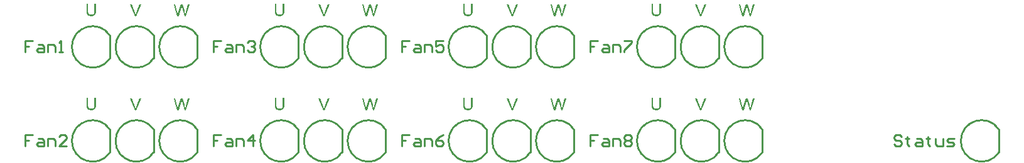
<source format=gto>
G04*
G04 #@! TF.GenerationSoftware,Altium Limited,Altium Designer,24.0.1 (36)*
G04*
G04 Layer_Color=65535*
%FSLAX44Y44*%
%MOMM*%
G71*
G04*
G04 #@! TF.SameCoordinates,6AB65015-FC58-47BD-B1F7-23B370D85B0D*
G04*
G04*
G04 #@! TF.FilePolarity,Positive*
G04*
G01*
G75*
%ADD10C,0.2540*%
G36*
X1241089Y606630D02*
X1238991D01*
X1235589Y619022D01*
Y619040D01*
X1235572Y619093D01*
X1235554Y619163D01*
X1235519Y619269D01*
X1235483Y619392D01*
X1235448Y619533D01*
X1235360Y619851D01*
X1235272Y620168D01*
X1235184Y620485D01*
X1235148Y620626D01*
X1235113Y620750D01*
X1235078Y620855D01*
X1235060Y620926D01*
Y620908D01*
X1235043Y620873D01*
Y620820D01*
X1235007Y620732D01*
X1234990Y620644D01*
X1234972Y620521D01*
X1234902Y620274D01*
X1234831Y619974D01*
X1234743Y619639D01*
X1234655Y619322D01*
X1234567Y619022D01*
X1231147Y606630D01*
X1228908D01*
X1224625Y622900D01*
X1226846D01*
X1229296Y612218D01*
Y612200D01*
X1229314Y612147D01*
X1229331Y612059D01*
X1229367Y611936D01*
X1229402Y611777D01*
X1229437Y611601D01*
X1229490Y611407D01*
X1229543Y611178D01*
X1229596Y610931D01*
X1229649Y610667D01*
X1229754Y610120D01*
X1229878Y609521D01*
X1229984Y608904D01*
Y608939D01*
X1230019Y609010D01*
X1230036Y609151D01*
X1230089Y609309D01*
X1230125Y609521D01*
X1230178Y609750D01*
X1230248Y609997D01*
X1230301Y610244D01*
X1230442Y610773D01*
X1230495Y611019D01*
X1230565Y611266D01*
X1230618Y611478D01*
X1230654Y611654D01*
X1230689Y611795D01*
X1230724Y611901D01*
X1233826Y622900D01*
X1236418D01*
X1238727Y614651D01*
X1238745Y614615D01*
X1238762Y614510D01*
X1238815Y614351D01*
X1238868Y614122D01*
X1238938Y613857D01*
X1239027Y613540D01*
X1239115Y613187D01*
X1239221Y612782D01*
X1239326Y612359D01*
X1239432Y611901D01*
X1239538Y611425D01*
X1239643Y610931D01*
X1239837Y609926D01*
X1240014Y608904D01*
Y608922D01*
X1240031Y608974D01*
X1240049Y609063D01*
X1240067Y609168D01*
X1240102Y609327D01*
X1240137Y609503D01*
X1240190Y609697D01*
X1240243Y609926D01*
X1240296Y610173D01*
X1240349Y610438D01*
X1240419Y610737D01*
X1240490Y611037D01*
X1240648Y611707D01*
X1240825Y612430D01*
X1243381Y622900D01*
X1245549D01*
X1241089Y606630D01*
D02*
G37*
G36*
X1174239D02*
X1172018D01*
X1165707Y622900D01*
X1168052D01*
X1172282Y611072D01*
Y611054D01*
X1172300Y611002D01*
X1172335Y610931D01*
X1172371Y610825D01*
X1172406Y610702D01*
X1172459Y610561D01*
X1172512Y610402D01*
X1172582Y610208D01*
X1172706Y609803D01*
X1172847Y609362D01*
X1172988Y608886D01*
X1173129Y608410D01*
Y608428D01*
X1173146Y608463D01*
X1173164Y608551D01*
X1173199Y608639D01*
X1173234Y608763D01*
X1173270Y608904D01*
X1173323Y609063D01*
X1173375Y609239D01*
X1173499Y609644D01*
X1173658Y610103D01*
X1173834Y610579D01*
X1174010Y611072D01*
X1178399Y622900D01*
X1180585D01*
X1174239Y606630D01*
D02*
G37*
G36*
X1119588Y613769D02*
Y613734D01*
Y613663D01*
Y613540D01*
Y613364D01*
X1119570Y613152D01*
X1119552Y612923D01*
X1119535Y612659D01*
X1119517Y612359D01*
X1119447Y611742D01*
X1119359Y611090D01*
X1119218Y610455D01*
X1119129Y610155D01*
X1119024Y609874D01*
Y609856D01*
X1119006Y609803D01*
X1118971Y609733D01*
X1118918Y609627D01*
X1118847Y609503D01*
X1118777Y609362D01*
X1118565Y609045D01*
X1118442Y608851D01*
X1118301Y608675D01*
X1118125Y608463D01*
X1117948Y608269D01*
X1117737Y608075D01*
X1117525Y607882D01*
X1117278Y607705D01*
X1117014Y607529D01*
X1116996Y607511D01*
X1116944Y607494D01*
X1116873Y607441D01*
X1116750Y607388D01*
X1116609Y607318D01*
X1116432Y607247D01*
X1116238Y607159D01*
X1115992Y607088D01*
X1115745Y607000D01*
X1115463Y606912D01*
X1115145Y606842D01*
X1114811Y606771D01*
X1114440Y606718D01*
X1114053Y606665D01*
X1113647Y606648D01*
X1113224Y606630D01*
X1112995D01*
X1112836Y606648D01*
X1112642D01*
X1112431Y606665D01*
X1112166Y606701D01*
X1111902Y606736D01*
X1111303Y606824D01*
X1110668Y606965D01*
X1110051Y607159D01*
X1109752Y607265D01*
X1109469Y607406D01*
X1109452Y607423D01*
X1109399Y607441D01*
X1109328Y607494D01*
X1109240Y607547D01*
X1109117Y607635D01*
X1108976Y607741D01*
X1108835Y607846D01*
X1108676Y607987D01*
X1108324Y608305D01*
X1107989Y608692D01*
X1107671Y609151D01*
X1107530Y609415D01*
X1107407Y609680D01*
Y609697D01*
X1107389Y609750D01*
X1107354Y609838D01*
X1107319Y609962D01*
X1107266Y610103D01*
X1107213Y610297D01*
X1107160Y610508D01*
X1107107Y610755D01*
X1107037Y611037D01*
X1106984Y611337D01*
X1106931Y611671D01*
X1106896Y612042D01*
X1106843Y612430D01*
X1106825Y612853D01*
X1106790Y613293D01*
Y613769D01*
Y623165D01*
X1108941D01*
Y613769D01*
Y613752D01*
Y613681D01*
Y613575D01*
Y613417D01*
X1108958Y613240D01*
Y613046D01*
X1108976Y612817D01*
X1108994Y612588D01*
X1109029Y612077D01*
X1109099Y611566D01*
X1109205Y611072D01*
X1109258Y610843D01*
X1109328Y610649D01*
Y610631D01*
X1109346Y610614D01*
X1109364Y610561D01*
X1109399Y610490D01*
X1109505Y610297D01*
X1109646Y610085D01*
X1109822Y609821D01*
X1110051Y609574D01*
X1110333Y609327D01*
X1110668Y609098D01*
X1110686D01*
X1110721Y609080D01*
X1110774Y609045D01*
X1110844Y609010D01*
X1110932Y608974D01*
X1111056Y608939D01*
X1111179Y608886D01*
X1111320Y608834D01*
X1111673Y608745D01*
X1112078Y608657D01*
X1112537Y608587D01*
X1113030Y608569D01*
X1113259D01*
X1113418Y608587D01*
X1113612Y608604D01*
X1113841Y608622D01*
X1114088Y608657D01*
X1114352Y608710D01*
X1114899Y608834D01*
X1115181Y608922D01*
X1115463Y609027D01*
X1115727Y609151D01*
X1115974Y609292D01*
X1116203Y609450D01*
X1116415Y609644D01*
X1116432Y609662D01*
X1116468Y609697D01*
X1116503Y609768D01*
X1116573Y609856D01*
X1116644Y609979D01*
X1116732Y610138D01*
X1116838Y610332D01*
X1116926Y610561D01*
X1117014Y610825D01*
X1117120Y611125D01*
X1117208Y611460D01*
X1117278Y611830D01*
X1117349Y612253D01*
X1117402Y612711D01*
X1117420Y613223D01*
X1117437Y613769D01*
Y623165D01*
X1119588D01*
Y613769D01*
D02*
G37*
G36*
X987089Y606630D02*
X984991D01*
X981589Y619022D01*
Y619040D01*
X981572Y619093D01*
X981554Y619163D01*
X981519Y619269D01*
X981483Y619392D01*
X981448Y619533D01*
X981360Y619851D01*
X981272Y620168D01*
X981184Y620485D01*
X981149Y620626D01*
X981113Y620750D01*
X981078Y620855D01*
X981060Y620926D01*
Y620908D01*
X981043Y620873D01*
Y620820D01*
X981008Y620732D01*
X980990Y620644D01*
X980972Y620521D01*
X980902Y620274D01*
X980831Y619974D01*
X980743Y619639D01*
X980655Y619322D01*
X980567Y619022D01*
X977147Y606630D01*
X974908D01*
X970625Y622900D01*
X972846D01*
X975296Y612218D01*
Y612200D01*
X975314Y612147D01*
X975331Y612059D01*
X975367Y611936D01*
X975402Y611777D01*
X975437Y611601D01*
X975490Y611407D01*
X975543Y611178D01*
X975596Y610931D01*
X975649Y610667D01*
X975754Y610120D01*
X975878Y609521D01*
X975984Y608904D01*
Y608939D01*
X976019Y609010D01*
X976037Y609151D01*
X976089Y609309D01*
X976125Y609521D01*
X976178Y609750D01*
X976248Y609997D01*
X976301Y610244D01*
X976442Y610773D01*
X976495Y611019D01*
X976565Y611266D01*
X976618Y611478D01*
X976654Y611654D01*
X976689Y611795D01*
X976724Y611901D01*
X979826Y622900D01*
X982418D01*
X984727Y614651D01*
X984744Y614615D01*
X984762Y614510D01*
X984815Y614351D01*
X984868Y614122D01*
X984938Y613857D01*
X985027Y613540D01*
X985115Y613187D01*
X985220Y612782D01*
X985326Y612359D01*
X985432Y611901D01*
X985538Y611425D01*
X985643Y610931D01*
X985837Y609926D01*
X986014Y608904D01*
Y608922D01*
X986031Y608974D01*
X986049Y609063D01*
X986067Y609168D01*
X986102Y609327D01*
X986137Y609503D01*
X986190Y609697D01*
X986243Y609926D01*
X986296Y610173D01*
X986349Y610438D01*
X986419Y610737D01*
X986490Y611037D01*
X986648Y611707D01*
X986825Y612430D01*
X989381Y622900D01*
X991549D01*
X987089Y606630D01*
D02*
G37*
G36*
X920239D02*
X918018D01*
X911707Y622900D01*
X914052D01*
X918282Y611072D01*
Y611054D01*
X918300Y611002D01*
X918335Y610931D01*
X918371Y610825D01*
X918406Y610702D01*
X918459Y610561D01*
X918512Y610402D01*
X918582Y610208D01*
X918706Y609803D01*
X918847Y609362D01*
X918988Y608886D01*
X919129Y608410D01*
Y608428D01*
X919146Y608463D01*
X919164Y608551D01*
X919199Y608639D01*
X919234Y608763D01*
X919270Y608904D01*
X919323Y609063D01*
X919375Y609239D01*
X919499Y609644D01*
X919658Y610103D01*
X919834Y610579D01*
X920010Y611072D01*
X924399Y622900D01*
X926585D01*
X920239Y606630D01*
D02*
G37*
G36*
X865588Y613769D02*
Y613734D01*
Y613663D01*
Y613540D01*
Y613364D01*
X865570Y613152D01*
X865552Y612923D01*
X865535Y612659D01*
X865517Y612359D01*
X865447Y611742D01*
X865359Y611090D01*
X865218Y610455D01*
X865129Y610155D01*
X865024Y609874D01*
Y609856D01*
X865006Y609803D01*
X864971Y609733D01*
X864918Y609627D01*
X864847Y609503D01*
X864777Y609362D01*
X864565Y609045D01*
X864442Y608851D01*
X864301Y608675D01*
X864125Y608463D01*
X863948Y608269D01*
X863737Y608075D01*
X863525Y607882D01*
X863278Y607705D01*
X863014Y607529D01*
X862996Y607511D01*
X862943Y607494D01*
X862873Y607441D01*
X862750Y607388D01*
X862609Y607318D01*
X862432Y607247D01*
X862238Y607159D01*
X861992Y607088D01*
X861745Y607000D01*
X861463Y606912D01*
X861145Y606842D01*
X860811Y606771D01*
X860440Y606718D01*
X860053Y606665D01*
X859647Y606648D01*
X859224Y606630D01*
X858995D01*
X858836Y606648D01*
X858642D01*
X858431Y606665D01*
X858166Y606701D01*
X857902Y606736D01*
X857303Y606824D01*
X856668Y606965D01*
X856051Y607159D01*
X855751Y607265D01*
X855469Y607406D01*
X855452Y607423D01*
X855399Y607441D01*
X855328Y607494D01*
X855240Y607547D01*
X855117Y607635D01*
X854976Y607741D01*
X854835Y607846D01*
X854676Y607987D01*
X854324Y608305D01*
X853989Y608692D01*
X853671Y609151D01*
X853530Y609415D01*
X853407Y609680D01*
Y609697D01*
X853389Y609750D01*
X853354Y609838D01*
X853319Y609962D01*
X853266Y610103D01*
X853213Y610297D01*
X853160Y610508D01*
X853107Y610755D01*
X853037Y611037D01*
X852984Y611337D01*
X852931Y611671D01*
X852896Y612042D01*
X852843Y612430D01*
X852825Y612853D01*
X852790Y613293D01*
Y613769D01*
Y623165D01*
X854941D01*
Y613769D01*
Y613752D01*
Y613681D01*
Y613575D01*
Y613417D01*
X854958Y613240D01*
Y613046D01*
X854976Y612817D01*
X854994Y612588D01*
X855029Y612077D01*
X855099Y611566D01*
X855205Y611072D01*
X855258Y610843D01*
X855328Y610649D01*
Y610631D01*
X855346Y610614D01*
X855364Y610561D01*
X855399Y610490D01*
X855505Y610297D01*
X855646Y610085D01*
X855822Y609821D01*
X856051Y609574D01*
X856333Y609327D01*
X856668Y609098D01*
X856686D01*
X856721Y609080D01*
X856774Y609045D01*
X856844Y609010D01*
X856933Y608974D01*
X857056Y608939D01*
X857179Y608886D01*
X857320Y608834D01*
X857673Y608745D01*
X858078Y608657D01*
X858537Y608587D01*
X859030Y608569D01*
X859259D01*
X859418Y608587D01*
X859612Y608604D01*
X859841Y608622D01*
X860088Y608657D01*
X860352Y608710D01*
X860899Y608834D01*
X861181Y608922D01*
X861463Y609027D01*
X861727Y609151D01*
X861974Y609292D01*
X862203Y609450D01*
X862415Y609644D01*
X862432Y609662D01*
X862468Y609697D01*
X862503Y609768D01*
X862573Y609856D01*
X862644Y609979D01*
X862732Y610138D01*
X862838Y610332D01*
X862926Y610561D01*
X863014Y610825D01*
X863120Y611125D01*
X863208Y611460D01*
X863278Y611830D01*
X863349Y612253D01*
X863402Y612711D01*
X863419Y613223D01*
X863437Y613769D01*
Y623165D01*
X865588D01*
Y613769D01*
D02*
G37*
G36*
X733089Y606630D02*
X730991D01*
X727589Y619022D01*
Y619040D01*
X727572Y619093D01*
X727554Y619163D01*
X727519Y619269D01*
X727483Y619392D01*
X727448Y619533D01*
X727360Y619851D01*
X727272Y620168D01*
X727184Y620485D01*
X727149Y620626D01*
X727113Y620750D01*
X727078Y620855D01*
X727060Y620926D01*
Y620908D01*
X727043Y620873D01*
Y620820D01*
X727008Y620732D01*
X726990Y620644D01*
X726972Y620521D01*
X726902Y620274D01*
X726831Y619974D01*
X726743Y619639D01*
X726655Y619322D01*
X726567Y619022D01*
X723147Y606630D01*
X720908D01*
X716625Y622900D01*
X718846D01*
X721296Y612218D01*
Y612200D01*
X721314Y612147D01*
X721331Y612059D01*
X721367Y611936D01*
X721402Y611777D01*
X721437Y611601D01*
X721490Y611407D01*
X721543Y611178D01*
X721596Y610931D01*
X721649Y610667D01*
X721755Y610120D01*
X721878Y609521D01*
X721984Y608904D01*
Y608939D01*
X722019Y609010D01*
X722037Y609151D01*
X722089Y609309D01*
X722125Y609521D01*
X722178Y609750D01*
X722248Y609997D01*
X722301Y610244D01*
X722442Y610773D01*
X722495Y611019D01*
X722565Y611266D01*
X722618Y611478D01*
X722654Y611654D01*
X722689Y611795D01*
X722724Y611901D01*
X725826Y622900D01*
X728418D01*
X730727Y614651D01*
X730744Y614615D01*
X730762Y614510D01*
X730815Y614351D01*
X730868Y614122D01*
X730938Y613857D01*
X731027Y613540D01*
X731115Y613187D01*
X731220Y612782D01*
X731326Y612359D01*
X731432Y611901D01*
X731538Y611425D01*
X731644Y610931D01*
X731837Y609926D01*
X732014Y608904D01*
Y608922D01*
X732031Y608974D01*
X732049Y609063D01*
X732067Y609168D01*
X732102Y609327D01*
X732137Y609503D01*
X732190Y609697D01*
X732243Y609926D01*
X732296Y610173D01*
X732349Y610438D01*
X732419Y610737D01*
X732490Y611037D01*
X732648Y611707D01*
X732825Y612430D01*
X735381Y622900D01*
X737549D01*
X733089Y606630D01*
D02*
G37*
G36*
X666239D02*
X664018D01*
X657707Y622900D01*
X660052D01*
X664283Y611072D01*
Y611054D01*
X664300Y611002D01*
X664335Y610931D01*
X664371Y610825D01*
X664406Y610702D01*
X664459Y610561D01*
X664512Y610402D01*
X664582Y610208D01*
X664706Y609803D01*
X664847Y609362D01*
X664988Y608886D01*
X665129Y608410D01*
Y608428D01*
X665146Y608463D01*
X665164Y608551D01*
X665199Y608639D01*
X665234Y608763D01*
X665270Y608904D01*
X665322Y609063D01*
X665375Y609239D01*
X665499Y609644D01*
X665658Y610103D01*
X665834Y610579D01*
X666010Y611072D01*
X670399Y622900D01*
X672585D01*
X666239Y606630D01*
D02*
G37*
G36*
X611588Y613769D02*
Y613734D01*
Y613663D01*
Y613540D01*
Y613364D01*
X611570Y613152D01*
X611552Y612923D01*
X611535Y612659D01*
X611517Y612359D01*
X611447Y611742D01*
X611358Y611090D01*
X611217Y610455D01*
X611129Y610155D01*
X611024Y609874D01*
Y609856D01*
X611006Y609803D01*
X610971Y609733D01*
X610918Y609627D01*
X610847Y609503D01*
X610777Y609362D01*
X610565Y609045D01*
X610442Y608851D01*
X610301Y608675D01*
X610125Y608463D01*
X609948Y608269D01*
X609737Y608075D01*
X609525Y607882D01*
X609278Y607705D01*
X609014Y607529D01*
X608996Y607511D01*
X608943Y607494D01*
X608873Y607441D01*
X608750Y607388D01*
X608609Y607318D01*
X608432Y607247D01*
X608238Y607159D01*
X607992Y607088D01*
X607745Y607000D01*
X607463Y606912D01*
X607146Y606842D01*
X606811Y606771D01*
X606440Y606718D01*
X606053Y606665D01*
X605647Y606648D01*
X605224Y606630D01*
X604995D01*
X604836Y606648D01*
X604642D01*
X604431Y606665D01*
X604166Y606701D01*
X603902Y606736D01*
X603303Y606824D01*
X602668Y606965D01*
X602051Y607159D01*
X601752Y607265D01*
X601469Y607406D01*
X601452Y607423D01*
X601399Y607441D01*
X601328Y607494D01*
X601240Y607547D01*
X601117Y607635D01*
X600976Y607741D01*
X600835Y607846D01*
X600676Y607987D01*
X600324Y608305D01*
X599989Y608692D01*
X599671Y609151D01*
X599530Y609415D01*
X599407Y609680D01*
Y609697D01*
X599389Y609750D01*
X599354Y609838D01*
X599319Y609962D01*
X599266Y610103D01*
X599213Y610297D01*
X599160Y610508D01*
X599107Y610755D01*
X599037Y611037D01*
X598984Y611337D01*
X598931Y611671D01*
X598896Y612042D01*
X598843Y612430D01*
X598825Y612853D01*
X598790Y613293D01*
Y613769D01*
Y623165D01*
X600941D01*
Y613769D01*
Y613752D01*
Y613681D01*
Y613575D01*
Y613417D01*
X600958Y613240D01*
Y613046D01*
X600976Y612817D01*
X600993Y612588D01*
X601029Y612077D01*
X601099Y611566D01*
X601205Y611072D01*
X601258Y610843D01*
X601328Y610649D01*
Y610631D01*
X601346Y610614D01*
X601364Y610561D01*
X601399Y610490D01*
X601505Y610297D01*
X601646Y610085D01*
X601822Y609821D01*
X602051Y609574D01*
X602333Y609327D01*
X602668Y609098D01*
X602686D01*
X602721Y609080D01*
X602774Y609045D01*
X602844Y609010D01*
X602933Y608974D01*
X603056Y608939D01*
X603179Y608886D01*
X603320Y608834D01*
X603673Y608745D01*
X604078Y608657D01*
X604537Y608587D01*
X605030Y608569D01*
X605259D01*
X605418Y608587D01*
X605612Y608604D01*
X605841Y608622D01*
X606088Y608657D01*
X606352Y608710D01*
X606899Y608834D01*
X607181Y608922D01*
X607463Y609027D01*
X607727Y609151D01*
X607974Y609292D01*
X608203Y609450D01*
X608415Y609644D01*
X608432Y609662D01*
X608468Y609697D01*
X608503Y609768D01*
X608573Y609856D01*
X608644Y609979D01*
X608732Y610138D01*
X608838Y610332D01*
X608926Y610561D01*
X609014Y610825D01*
X609120Y611125D01*
X609208Y611460D01*
X609278Y611830D01*
X609349Y612253D01*
X609402Y612711D01*
X609420Y613223D01*
X609437Y613769D01*
Y623165D01*
X611588D01*
Y613769D01*
D02*
G37*
G36*
X479089Y606630D02*
X476991D01*
X473589Y619022D01*
Y619040D01*
X473572Y619093D01*
X473554Y619163D01*
X473519Y619269D01*
X473483Y619392D01*
X473448Y619533D01*
X473360Y619851D01*
X473272Y620168D01*
X473184Y620485D01*
X473148Y620626D01*
X473113Y620750D01*
X473078Y620855D01*
X473060Y620926D01*
Y620908D01*
X473043Y620873D01*
Y620820D01*
X473008Y620732D01*
X472990Y620644D01*
X472972Y620521D01*
X472902Y620274D01*
X472831Y619974D01*
X472743Y619639D01*
X472655Y619322D01*
X472567Y619022D01*
X469147Y606630D01*
X466908D01*
X462625Y622900D01*
X464846D01*
X467296Y612218D01*
Y612200D01*
X467314Y612147D01*
X467331Y612059D01*
X467367Y611936D01*
X467402Y611777D01*
X467437Y611601D01*
X467490Y611407D01*
X467543Y611178D01*
X467596Y610931D01*
X467649Y610667D01*
X467755Y610120D01*
X467878Y609521D01*
X467984Y608904D01*
Y608939D01*
X468019Y609010D01*
X468036Y609151D01*
X468089Y609309D01*
X468125Y609521D01*
X468177Y609750D01*
X468248Y609997D01*
X468301Y610244D01*
X468442Y610773D01*
X468495Y611019D01*
X468565Y611266D01*
X468618Y611478D01*
X468653Y611654D01*
X468689Y611795D01*
X468724Y611901D01*
X471826Y622900D01*
X474418D01*
X476727Y614651D01*
X476744Y614615D01*
X476762Y614510D01*
X476815Y614351D01*
X476868Y614122D01*
X476938Y613857D01*
X477027Y613540D01*
X477115Y613187D01*
X477220Y612782D01*
X477326Y612359D01*
X477432Y611901D01*
X477538Y611425D01*
X477644Y610931D01*
X477837Y609926D01*
X478014Y608904D01*
Y608922D01*
X478031Y608974D01*
X478049Y609063D01*
X478067Y609168D01*
X478102Y609327D01*
X478137Y609503D01*
X478190Y609697D01*
X478243Y609926D01*
X478296Y610173D01*
X478349Y610438D01*
X478419Y610737D01*
X478490Y611037D01*
X478648Y611707D01*
X478825Y612430D01*
X481381Y622900D01*
X483549D01*
X479089Y606630D01*
D02*
G37*
G36*
X412239D02*
X410018D01*
X403707Y622900D01*
X406052D01*
X410283Y611072D01*
Y611054D01*
X410300Y611002D01*
X410335Y610931D01*
X410371Y610825D01*
X410406Y610702D01*
X410459Y610561D01*
X410512Y610402D01*
X410582Y610208D01*
X410706Y609803D01*
X410847Y609362D01*
X410988Y608886D01*
X411129Y608410D01*
Y608428D01*
X411146Y608463D01*
X411164Y608551D01*
X411199Y608639D01*
X411234Y608763D01*
X411270Y608904D01*
X411323Y609063D01*
X411375Y609239D01*
X411499Y609644D01*
X411657Y610103D01*
X411834Y610579D01*
X412010Y611072D01*
X416399Y622900D01*
X418585D01*
X412239Y606630D01*
D02*
G37*
G36*
X357588Y613769D02*
Y613734D01*
Y613663D01*
Y613540D01*
Y613364D01*
X357570Y613152D01*
X357552Y612923D01*
X357535Y612659D01*
X357517Y612359D01*
X357447Y611742D01*
X357359Y611090D01*
X357217Y610455D01*
X357129Y610155D01*
X357024Y609874D01*
Y609856D01*
X357006Y609803D01*
X356971Y609733D01*
X356918Y609627D01*
X356847Y609503D01*
X356777Y609362D01*
X356565Y609045D01*
X356442Y608851D01*
X356301Y608675D01*
X356125Y608463D01*
X355948Y608269D01*
X355737Y608075D01*
X355525Y607882D01*
X355278Y607705D01*
X355014Y607529D01*
X354996Y607511D01*
X354944Y607494D01*
X354873Y607441D01*
X354750Y607388D01*
X354609Y607318D01*
X354432Y607247D01*
X354238Y607159D01*
X353992Y607088D01*
X353745Y607000D01*
X353463Y606912D01*
X353145Y606842D01*
X352811Y606771D01*
X352440Y606718D01*
X352053Y606665D01*
X351647Y606648D01*
X351224Y606630D01*
X350995D01*
X350836Y606648D01*
X350642D01*
X350431Y606665D01*
X350166Y606701D01*
X349902Y606736D01*
X349303Y606824D01*
X348668Y606965D01*
X348051Y607159D01*
X347752Y607265D01*
X347469Y607406D01*
X347452Y607423D01*
X347399Y607441D01*
X347328Y607494D01*
X347240Y607547D01*
X347117Y607635D01*
X346976Y607741D01*
X346835Y607846D01*
X346676Y607987D01*
X346324Y608305D01*
X345989Y608692D01*
X345671Y609151D01*
X345530Y609415D01*
X345407Y609680D01*
Y609697D01*
X345389Y609750D01*
X345354Y609838D01*
X345319Y609962D01*
X345266Y610103D01*
X345213Y610297D01*
X345160Y610508D01*
X345107Y610755D01*
X345037Y611037D01*
X344984Y611337D01*
X344931Y611671D01*
X344896Y612042D01*
X344843Y612430D01*
X344825Y612853D01*
X344790Y613293D01*
Y613769D01*
Y623165D01*
X346941D01*
Y613769D01*
Y613752D01*
Y613681D01*
Y613575D01*
Y613417D01*
X346958Y613240D01*
Y613046D01*
X346976Y612817D01*
X346993Y612588D01*
X347029Y612077D01*
X347099Y611566D01*
X347205Y611072D01*
X347258Y610843D01*
X347328Y610649D01*
Y610631D01*
X347346Y610614D01*
X347364Y610561D01*
X347399Y610490D01*
X347505Y610297D01*
X347646Y610085D01*
X347822Y609821D01*
X348051Y609574D01*
X348333Y609327D01*
X348668Y609098D01*
X348686D01*
X348721Y609080D01*
X348774Y609045D01*
X348844Y609010D01*
X348932Y608974D01*
X349056Y608939D01*
X349179Y608886D01*
X349320Y608834D01*
X349673Y608745D01*
X350078Y608657D01*
X350537Y608587D01*
X351030Y608569D01*
X351259D01*
X351418Y608587D01*
X351612Y608604D01*
X351841Y608622D01*
X352088Y608657D01*
X352352Y608710D01*
X352899Y608834D01*
X353181Y608922D01*
X353463Y609027D01*
X353727Y609151D01*
X353974Y609292D01*
X354203Y609450D01*
X354415Y609644D01*
X354432Y609662D01*
X354468Y609697D01*
X354503Y609768D01*
X354573Y609856D01*
X354644Y609979D01*
X354732Y610138D01*
X354838Y610332D01*
X354926Y610561D01*
X355014Y610825D01*
X355120Y611125D01*
X355208Y611460D01*
X355278Y611830D01*
X355349Y612253D01*
X355402Y612711D01*
X355420Y613223D01*
X355437Y613769D01*
Y623165D01*
X357588D01*
Y613769D01*
D02*
G37*
G36*
X1241089Y733630D02*
X1238991D01*
X1235589Y746022D01*
Y746040D01*
X1235572Y746093D01*
X1235554Y746163D01*
X1235519Y746269D01*
X1235483Y746392D01*
X1235448Y746533D01*
X1235360Y746851D01*
X1235272Y747168D01*
X1235184Y747485D01*
X1235148Y747626D01*
X1235113Y747750D01*
X1235078Y747856D01*
X1235060Y747926D01*
Y747908D01*
X1235043Y747873D01*
Y747820D01*
X1235007Y747732D01*
X1234990Y747644D01*
X1234972Y747521D01*
X1234902Y747274D01*
X1234831Y746974D01*
X1234743Y746639D01*
X1234655Y746322D01*
X1234567Y746022D01*
X1231147Y733630D01*
X1228908D01*
X1224625Y749900D01*
X1226846D01*
X1229296Y739218D01*
Y739200D01*
X1229314Y739147D01*
X1229331Y739059D01*
X1229367Y738936D01*
X1229402Y738777D01*
X1229437Y738601D01*
X1229490Y738407D01*
X1229543Y738178D01*
X1229596Y737931D01*
X1229649Y737667D01*
X1229754Y737120D01*
X1229878Y736521D01*
X1229984Y735904D01*
Y735939D01*
X1230019Y736010D01*
X1230036Y736151D01*
X1230089Y736309D01*
X1230125Y736521D01*
X1230178Y736750D01*
X1230248Y736997D01*
X1230301Y737244D01*
X1230442Y737773D01*
X1230495Y738019D01*
X1230565Y738266D01*
X1230618Y738478D01*
X1230654Y738654D01*
X1230689Y738795D01*
X1230724Y738901D01*
X1233826Y749900D01*
X1236418D01*
X1238727Y741651D01*
X1238745Y741615D01*
X1238762Y741509D01*
X1238815Y741351D01*
X1238868Y741122D01*
X1238938Y740857D01*
X1239027Y740540D01*
X1239115Y740188D01*
X1239221Y739782D01*
X1239326Y739359D01*
X1239432Y738901D01*
X1239538Y738425D01*
X1239643Y737931D01*
X1239837Y736926D01*
X1240014Y735904D01*
Y735922D01*
X1240031Y735975D01*
X1240049Y736063D01*
X1240067Y736168D01*
X1240102Y736327D01*
X1240137Y736503D01*
X1240190Y736697D01*
X1240243Y736926D01*
X1240296Y737173D01*
X1240349Y737438D01*
X1240419Y737737D01*
X1240490Y738037D01*
X1240648Y738707D01*
X1240825Y739429D01*
X1243381Y749900D01*
X1245549D01*
X1241089Y733630D01*
D02*
G37*
G36*
X1174239D02*
X1172018D01*
X1165707Y749900D01*
X1168052D01*
X1172282Y738072D01*
Y738055D01*
X1172300Y738002D01*
X1172335Y737931D01*
X1172371Y737825D01*
X1172406Y737702D01*
X1172459Y737561D01*
X1172512Y737402D01*
X1172582Y737208D01*
X1172706Y736803D01*
X1172847Y736362D01*
X1172988Y735886D01*
X1173129Y735410D01*
Y735428D01*
X1173146Y735463D01*
X1173164Y735551D01*
X1173199Y735639D01*
X1173234Y735763D01*
X1173270Y735904D01*
X1173323Y736063D01*
X1173375Y736239D01*
X1173499Y736644D01*
X1173658Y737103D01*
X1173834Y737579D01*
X1174010Y738072D01*
X1178399Y749900D01*
X1180585D01*
X1174239Y733630D01*
D02*
G37*
G36*
X1119588Y740769D02*
Y740734D01*
Y740663D01*
Y740540D01*
Y740364D01*
X1119570Y740152D01*
X1119552Y739923D01*
X1119535Y739659D01*
X1119517Y739359D01*
X1119447Y738742D01*
X1119359Y738090D01*
X1119218Y737455D01*
X1119129Y737156D01*
X1119024Y736873D01*
Y736856D01*
X1119006Y736803D01*
X1118971Y736732D01*
X1118918Y736627D01*
X1118847Y736503D01*
X1118777Y736362D01*
X1118565Y736045D01*
X1118442Y735851D01*
X1118301Y735675D01*
X1118125Y735463D01*
X1117948Y735269D01*
X1117737Y735076D01*
X1117525Y734882D01*
X1117278Y734705D01*
X1117014Y734529D01*
X1116996Y734511D01*
X1116944Y734494D01*
X1116873Y734441D01*
X1116750Y734388D01*
X1116609Y734317D01*
X1116432Y734247D01*
X1116238Y734159D01*
X1115992Y734088D01*
X1115745Y734000D01*
X1115463Y733912D01*
X1115145Y733841D01*
X1114811Y733771D01*
X1114440Y733718D01*
X1114053Y733665D01*
X1113647Y733648D01*
X1113224Y733630D01*
X1112995D01*
X1112836Y733648D01*
X1112642D01*
X1112431Y733665D01*
X1112166Y733700D01*
X1111902Y733736D01*
X1111303Y733824D01*
X1110668Y733965D01*
X1110051Y734159D01*
X1109752Y734265D01*
X1109469Y734406D01*
X1109452Y734423D01*
X1109399Y734441D01*
X1109328Y734494D01*
X1109240Y734547D01*
X1109117Y734635D01*
X1108976Y734741D01*
X1108835Y734846D01*
X1108676Y734987D01*
X1108324Y735305D01*
X1107989Y735692D01*
X1107671Y736151D01*
X1107530Y736415D01*
X1107407Y736680D01*
Y736697D01*
X1107389Y736750D01*
X1107354Y736838D01*
X1107319Y736962D01*
X1107266Y737103D01*
X1107213Y737297D01*
X1107160Y737508D01*
X1107107Y737755D01*
X1107037Y738037D01*
X1106984Y738337D01*
X1106931Y738671D01*
X1106896Y739042D01*
X1106843Y739429D01*
X1106825Y739853D01*
X1106790Y740293D01*
Y740769D01*
Y750165D01*
X1108941D01*
Y740769D01*
Y740752D01*
Y740681D01*
Y740575D01*
Y740417D01*
X1108958Y740240D01*
Y740046D01*
X1108976Y739817D01*
X1108994Y739588D01*
X1109029Y739077D01*
X1109099Y738566D01*
X1109205Y738072D01*
X1109258Y737843D01*
X1109328Y737649D01*
Y737632D01*
X1109346Y737614D01*
X1109364Y737561D01*
X1109399Y737490D01*
X1109505Y737297D01*
X1109646Y737085D01*
X1109822Y736821D01*
X1110051Y736574D01*
X1110333Y736327D01*
X1110668Y736098D01*
X1110686D01*
X1110721Y736080D01*
X1110774Y736045D01*
X1110844Y736010D01*
X1110932Y735975D01*
X1111056Y735939D01*
X1111179Y735886D01*
X1111320Y735834D01*
X1111673Y735745D01*
X1112078Y735657D01*
X1112537Y735587D01*
X1113030Y735569D01*
X1113259D01*
X1113418Y735587D01*
X1113612Y735604D01*
X1113841Y735622D01*
X1114088Y735657D01*
X1114352Y735710D01*
X1114899Y735834D01*
X1115181Y735922D01*
X1115463Y736027D01*
X1115727Y736151D01*
X1115974Y736292D01*
X1116203Y736450D01*
X1116415Y736644D01*
X1116432Y736662D01*
X1116468Y736697D01*
X1116503Y736768D01*
X1116573Y736856D01*
X1116644Y736979D01*
X1116732Y737138D01*
X1116838Y737332D01*
X1116926Y737561D01*
X1117014Y737825D01*
X1117120Y738125D01*
X1117208Y738460D01*
X1117278Y738830D01*
X1117349Y739253D01*
X1117402Y739712D01*
X1117420Y740223D01*
X1117437Y740769D01*
Y750165D01*
X1119588D01*
Y740769D01*
D02*
G37*
G36*
X987089Y733630D02*
X984991D01*
X981589Y746022D01*
Y746040D01*
X981572Y746093D01*
X981554Y746163D01*
X981519Y746269D01*
X981483Y746392D01*
X981448Y746533D01*
X981360Y746851D01*
X981272Y747168D01*
X981184Y747485D01*
X981149Y747626D01*
X981113Y747750D01*
X981078Y747856D01*
X981060Y747926D01*
Y747908D01*
X981043Y747873D01*
Y747820D01*
X981008Y747732D01*
X980990Y747644D01*
X980972Y747521D01*
X980902Y747274D01*
X980831Y746974D01*
X980743Y746639D01*
X980655Y746322D01*
X980567Y746022D01*
X977147Y733630D01*
X974908D01*
X970625Y749900D01*
X972846D01*
X975296Y739218D01*
Y739200D01*
X975314Y739147D01*
X975331Y739059D01*
X975367Y738936D01*
X975402Y738777D01*
X975437Y738601D01*
X975490Y738407D01*
X975543Y738178D01*
X975596Y737931D01*
X975649Y737667D01*
X975754Y737120D01*
X975878Y736521D01*
X975984Y735904D01*
Y735939D01*
X976019Y736010D01*
X976037Y736151D01*
X976089Y736309D01*
X976125Y736521D01*
X976178Y736750D01*
X976248Y736997D01*
X976301Y737244D01*
X976442Y737773D01*
X976495Y738019D01*
X976565Y738266D01*
X976618Y738478D01*
X976654Y738654D01*
X976689Y738795D01*
X976724Y738901D01*
X979826Y749900D01*
X982418D01*
X984727Y741651D01*
X984744Y741615D01*
X984762Y741509D01*
X984815Y741351D01*
X984868Y741122D01*
X984938Y740857D01*
X985027Y740540D01*
X985115Y740188D01*
X985220Y739782D01*
X985326Y739359D01*
X985432Y738901D01*
X985538Y738425D01*
X985643Y737931D01*
X985837Y736926D01*
X986014Y735904D01*
Y735922D01*
X986031Y735975D01*
X986049Y736063D01*
X986067Y736168D01*
X986102Y736327D01*
X986137Y736503D01*
X986190Y736697D01*
X986243Y736926D01*
X986296Y737173D01*
X986349Y737438D01*
X986419Y737737D01*
X986490Y738037D01*
X986648Y738707D01*
X986825Y739429D01*
X989381Y749900D01*
X991549D01*
X987089Y733630D01*
D02*
G37*
G36*
X920239D02*
X918018D01*
X911707Y749900D01*
X914052D01*
X918282Y738072D01*
Y738055D01*
X918300Y738002D01*
X918335Y737931D01*
X918371Y737825D01*
X918406Y737702D01*
X918459Y737561D01*
X918512Y737402D01*
X918582Y737208D01*
X918706Y736803D01*
X918847Y736362D01*
X918988Y735886D01*
X919129Y735410D01*
Y735428D01*
X919146Y735463D01*
X919164Y735551D01*
X919199Y735639D01*
X919234Y735763D01*
X919270Y735904D01*
X919323Y736063D01*
X919375Y736239D01*
X919499Y736644D01*
X919658Y737103D01*
X919834Y737579D01*
X920010Y738072D01*
X924399Y749900D01*
X926585D01*
X920239Y733630D01*
D02*
G37*
G36*
X865588Y740769D02*
Y740734D01*
Y740663D01*
Y740540D01*
Y740364D01*
X865570Y740152D01*
X865552Y739923D01*
X865535Y739659D01*
X865517Y739359D01*
X865447Y738742D01*
X865359Y738090D01*
X865218Y737455D01*
X865129Y737156D01*
X865024Y736873D01*
Y736856D01*
X865006Y736803D01*
X864971Y736732D01*
X864918Y736627D01*
X864847Y736503D01*
X864777Y736362D01*
X864565Y736045D01*
X864442Y735851D01*
X864301Y735675D01*
X864125Y735463D01*
X863948Y735269D01*
X863737Y735076D01*
X863525Y734882D01*
X863278Y734705D01*
X863014Y734529D01*
X862996Y734511D01*
X862943Y734494D01*
X862873Y734441D01*
X862750Y734388D01*
X862609Y734317D01*
X862432Y734247D01*
X862238Y734159D01*
X861992Y734088D01*
X861745Y734000D01*
X861463Y733912D01*
X861145Y733841D01*
X860811Y733771D01*
X860440Y733718D01*
X860053Y733665D01*
X859647Y733648D01*
X859224Y733630D01*
X858995D01*
X858836Y733648D01*
X858642D01*
X858431Y733665D01*
X858166Y733700D01*
X857902Y733736D01*
X857303Y733824D01*
X856668Y733965D01*
X856051Y734159D01*
X855751Y734265D01*
X855469Y734406D01*
X855452Y734423D01*
X855399Y734441D01*
X855328Y734494D01*
X855240Y734547D01*
X855117Y734635D01*
X854976Y734741D01*
X854835Y734846D01*
X854676Y734987D01*
X854324Y735305D01*
X853989Y735692D01*
X853671Y736151D01*
X853530Y736415D01*
X853407Y736680D01*
Y736697D01*
X853389Y736750D01*
X853354Y736838D01*
X853319Y736962D01*
X853266Y737103D01*
X853213Y737297D01*
X853160Y737508D01*
X853107Y737755D01*
X853037Y738037D01*
X852984Y738337D01*
X852931Y738671D01*
X852896Y739042D01*
X852843Y739429D01*
X852825Y739853D01*
X852790Y740293D01*
Y740769D01*
Y750165D01*
X854941D01*
Y740769D01*
Y740752D01*
Y740681D01*
Y740575D01*
Y740417D01*
X854958Y740240D01*
Y740046D01*
X854976Y739817D01*
X854994Y739588D01*
X855029Y739077D01*
X855099Y738566D01*
X855205Y738072D01*
X855258Y737843D01*
X855328Y737649D01*
Y737632D01*
X855346Y737614D01*
X855364Y737561D01*
X855399Y737490D01*
X855505Y737297D01*
X855646Y737085D01*
X855822Y736821D01*
X856051Y736574D01*
X856333Y736327D01*
X856668Y736098D01*
X856686D01*
X856721Y736080D01*
X856774Y736045D01*
X856844Y736010D01*
X856933Y735975D01*
X857056Y735939D01*
X857179Y735886D01*
X857320Y735834D01*
X857673Y735745D01*
X858078Y735657D01*
X858537Y735587D01*
X859030Y735569D01*
X859259D01*
X859418Y735587D01*
X859612Y735604D01*
X859841Y735622D01*
X860088Y735657D01*
X860352Y735710D01*
X860899Y735834D01*
X861181Y735922D01*
X861463Y736027D01*
X861727Y736151D01*
X861974Y736292D01*
X862203Y736450D01*
X862415Y736644D01*
X862432Y736662D01*
X862468Y736697D01*
X862503Y736768D01*
X862573Y736856D01*
X862644Y736979D01*
X862732Y737138D01*
X862838Y737332D01*
X862926Y737561D01*
X863014Y737825D01*
X863120Y738125D01*
X863208Y738460D01*
X863278Y738830D01*
X863349Y739253D01*
X863402Y739712D01*
X863419Y740223D01*
X863437Y740769D01*
Y750165D01*
X865588D01*
Y740769D01*
D02*
G37*
G36*
X733089Y733630D02*
X730991D01*
X727589Y746022D01*
Y746040D01*
X727572Y746093D01*
X727554Y746163D01*
X727519Y746269D01*
X727483Y746392D01*
X727448Y746533D01*
X727360Y746851D01*
X727272Y747168D01*
X727184Y747485D01*
X727149Y747626D01*
X727113Y747750D01*
X727078Y747856D01*
X727060Y747926D01*
Y747908D01*
X727043Y747873D01*
Y747820D01*
X727008Y747732D01*
X726990Y747644D01*
X726972Y747521D01*
X726902Y747274D01*
X726831Y746974D01*
X726743Y746639D01*
X726655Y746322D01*
X726567Y746022D01*
X723147Y733630D01*
X720908D01*
X716625Y749900D01*
X718846D01*
X721296Y739218D01*
Y739200D01*
X721314Y739147D01*
X721331Y739059D01*
X721367Y738936D01*
X721402Y738777D01*
X721437Y738601D01*
X721490Y738407D01*
X721543Y738178D01*
X721596Y737931D01*
X721649Y737667D01*
X721755Y737120D01*
X721878Y736521D01*
X721984Y735904D01*
Y735939D01*
X722019Y736010D01*
X722037Y736151D01*
X722089Y736309D01*
X722125Y736521D01*
X722178Y736750D01*
X722248Y736997D01*
X722301Y737244D01*
X722442Y737773D01*
X722495Y738019D01*
X722565Y738266D01*
X722618Y738478D01*
X722654Y738654D01*
X722689Y738795D01*
X722724Y738901D01*
X725826Y749900D01*
X728418D01*
X730727Y741651D01*
X730744Y741615D01*
X730762Y741509D01*
X730815Y741351D01*
X730868Y741122D01*
X730938Y740857D01*
X731027Y740540D01*
X731115Y740188D01*
X731220Y739782D01*
X731326Y739359D01*
X731432Y738901D01*
X731538Y738425D01*
X731644Y737931D01*
X731837Y736926D01*
X732014Y735904D01*
Y735922D01*
X732031Y735975D01*
X732049Y736063D01*
X732067Y736168D01*
X732102Y736327D01*
X732137Y736503D01*
X732190Y736697D01*
X732243Y736926D01*
X732296Y737173D01*
X732349Y737438D01*
X732419Y737737D01*
X732490Y738037D01*
X732648Y738707D01*
X732825Y739429D01*
X735381Y749900D01*
X737549D01*
X733089Y733630D01*
D02*
G37*
G36*
X666239D02*
X664018D01*
X657707Y749900D01*
X660052D01*
X664283Y738072D01*
Y738055D01*
X664300Y738002D01*
X664335Y737931D01*
X664371Y737825D01*
X664406Y737702D01*
X664459Y737561D01*
X664512Y737402D01*
X664582Y737208D01*
X664706Y736803D01*
X664847Y736362D01*
X664988Y735886D01*
X665129Y735410D01*
Y735428D01*
X665146Y735463D01*
X665164Y735551D01*
X665199Y735639D01*
X665234Y735763D01*
X665270Y735904D01*
X665322Y736063D01*
X665375Y736239D01*
X665499Y736644D01*
X665658Y737103D01*
X665834Y737579D01*
X666010Y738072D01*
X670399Y749900D01*
X672585D01*
X666239Y733630D01*
D02*
G37*
G36*
X611588Y740769D02*
Y740734D01*
Y740663D01*
Y740540D01*
Y740364D01*
X611570Y740152D01*
X611552Y739923D01*
X611535Y739659D01*
X611517Y739359D01*
X611447Y738742D01*
X611358Y738090D01*
X611217Y737455D01*
X611129Y737156D01*
X611024Y736873D01*
Y736856D01*
X611006Y736803D01*
X610971Y736732D01*
X610918Y736627D01*
X610847Y736503D01*
X610777Y736362D01*
X610565Y736045D01*
X610442Y735851D01*
X610301Y735675D01*
X610125Y735463D01*
X609948Y735269D01*
X609737Y735076D01*
X609525Y734882D01*
X609278Y734705D01*
X609014Y734529D01*
X608996Y734511D01*
X608943Y734494D01*
X608873Y734441D01*
X608750Y734388D01*
X608609Y734317D01*
X608432Y734247D01*
X608238Y734159D01*
X607992Y734088D01*
X607745Y734000D01*
X607463Y733912D01*
X607146Y733841D01*
X606811Y733771D01*
X606440Y733718D01*
X606053Y733665D01*
X605647Y733648D01*
X605224Y733630D01*
X604995D01*
X604836Y733648D01*
X604642D01*
X604431Y733665D01*
X604166Y733700D01*
X603902Y733736D01*
X603303Y733824D01*
X602668Y733965D01*
X602051Y734159D01*
X601752Y734265D01*
X601469Y734406D01*
X601452Y734423D01*
X601399Y734441D01*
X601328Y734494D01*
X601240Y734547D01*
X601117Y734635D01*
X600976Y734741D01*
X600835Y734846D01*
X600676Y734987D01*
X600324Y735305D01*
X599989Y735692D01*
X599671Y736151D01*
X599530Y736415D01*
X599407Y736680D01*
Y736697D01*
X599389Y736750D01*
X599354Y736838D01*
X599319Y736962D01*
X599266Y737103D01*
X599213Y737297D01*
X599160Y737508D01*
X599107Y737755D01*
X599037Y738037D01*
X598984Y738337D01*
X598931Y738671D01*
X598896Y739042D01*
X598843Y739429D01*
X598825Y739853D01*
X598790Y740293D01*
Y740769D01*
Y750165D01*
X600941D01*
Y740769D01*
Y740752D01*
Y740681D01*
Y740575D01*
Y740417D01*
X600958Y740240D01*
Y740046D01*
X600976Y739817D01*
X600993Y739588D01*
X601029Y739077D01*
X601099Y738566D01*
X601205Y738072D01*
X601258Y737843D01*
X601328Y737649D01*
Y737632D01*
X601346Y737614D01*
X601364Y737561D01*
X601399Y737490D01*
X601505Y737297D01*
X601646Y737085D01*
X601822Y736821D01*
X602051Y736574D01*
X602333Y736327D01*
X602668Y736098D01*
X602686D01*
X602721Y736080D01*
X602774Y736045D01*
X602844Y736010D01*
X602933Y735975D01*
X603056Y735939D01*
X603179Y735886D01*
X603320Y735834D01*
X603673Y735745D01*
X604078Y735657D01*
X604537Y735587D01*
X605030Y735569D01*
X605259D01*
X605418Y735587D01*
X605612Y735604D01*
X605841Y735622D01*
X606088Y735657D01*
X606352Y735710D01*
X606899Y735834D01*
X607181Y735922D01*
X607463Y736027D01*
X607727Y736151D01*
X607974Y736292D01*
X608203Y736450D01*
X608415Y736644D01*
X608432Y736662D01*
X608468Y736697D01*
X608503Y736768D01*
X608573Y736856D01*
X608644Y736979D01*
X608732Y737138D01*
X608838Y737332D01*
X608926Y737561D01*
X609014Y737825D01*
X609120Y738125D01*
X609208Y738460D01*
X609278Y738830D01*
X609349Y739253D01*
X609402Y739712D01*
X609420Y740223D01*
X609437Y740769D01*
Y750165D01*
X611588D01*
Y740769D01*
D02*
G37*
G36*
X357588D02*
Y740734D01*
Y740663D01*
Y740540D01*
Y740364D01*
X357570Y740152D01*
X357552Y739923D01*
X357535Y739659D01*
X357517Y739359D01*
X357447Y738742D01*
X357359Y738090D01*
X357217Y737455D01*
X357129Y737156D01*
X357024Y736873D01*
Y736856D01*
X357006Y736803D01*
X356971Y736732D01*
X356918Y736627D01*
X356847Y736503D01*
X356777Y736362D01*
X356565Y736045D01*
X356442Y735851D01*
X356301Y735675D01*
X356125Y735463D01*
X355948Y735269D01*
X355737Y735076D01*
X355525Y734882D01*
X355278Y734705D01*
X355014Y734529D01*
X354996Y734511D01*
X354944Y734494D01*
X354873Y734441D01*
X354750Y734388D01*
X354609Y734317D01*
X354432Y734247D01*
X354238Y734159D01*
X353992Y734088D01*
X353745Y734000D01*
X353463Y733912D01*
X353145Y733841D01*
X352811Y733771D01*
X352440Y733718D01*
X352053Y733665D01*
X351647Y733648D01*
X351224Y733630D01*
X350995D01*
X350836Y733648D01*
X350642D01*
X350431Y733665D01*
X350166Y733700D01*
X349902Y733736D01*
X349303Y733824D01*
X348668Y733965D01*
X348051Y734159D01*
X347752Y734265D01*
X347469Y734406D01*
X347452Y734423D01*
X347399Y734441D01*
X347328Y734494D01*
X347240Y734547D01*
X347117Y734635D01*
X346976Y734741D01*
X346835Y734846D01*
X346676Y734987D01*
X346324Y735305D01*
X345989Y735692D01*
X345671Y736151D01*
X345530Y736415D01*
X345407Y736680D01*
Y736697D01*
X345389Y736750D01*
X345354Y736838D01*
X345319Y736962D01*
X345266Y737103D01*
X345213Y737297D01*
X345160Y737508D01*
X345107Y737755D01*
X345037Y738037D01*
X344984Y738337D01*
X344931Y738671D01*
X344896Y739042D01*
X344843Y739429D01*
X344825Y739853D01*
X344790Y740293D01*
Y740769D01*
Y750165D01*
X346941D01*
Y740769D01*
Y740752D01*
Y740681D01*
Y740575D01*
Y740417D01*
X346958Y740240D01*
Y740046D01*
X346976Y739817D01*
X346993Y739588D01*
X347029Y739077D01*
X347099Y738566D01*
X347205Y738072D01*
X347258Y737843D01*
X347328Y737649D01*
Y737632D01*
X347346Y737614D01*
X347364Y737561D01*
X347399Y737490D01*
X347505Y737297D01*
X347646Y737085D01*
X347822Y736821D01*
X348051Y736574D01*
X348333Y736327D01*
X348668Y736098D01*
X348686D01*
X348721Y736080D01*
X348774Y736045D01*
X348844Y736010D01*
X348932Y735975D01*
X349056Y735939D01*
X349179Y735886D01*
X349320Y735834D01*
X349673Y735745D01*
X350078Y735657D01*
X350537Y735587D01*
X351030Y735569D01*
X351259D01*
X351418Y735587D01*
X351612Y735604D01*
X351841Y735622D01*
X352088Y735657D01*
X352352Y735710D01*
X352899Y735834D01*
X353181Y735922D01*
X353463Y736027D01*
X353727Y736151D01*
X353974Y736292D01*
X354203Y736450D01*
X354415Y736644D01*
X354432Y736662D01*
X354468Y736697D01*
X354503Y736768D01*
X354573Y736856D01*
X354644Y736979D01*
X354732Y737138D01*
X354838Y737332D01*
X354926Y737561D01*
X355014Y737825D01*
X355120Y738125D01*
X355208Y738460D01*
X355278Y738830D01*
X355349Y739253D01*
X355402Y739712D01*
X355420Y740223D01*
X355437Y740769D01*
Y750165D01*
X357588D01*
Y740769D01*
D02*
G37*
G36*
X412239Y733630D02*
X410018D01*
X403707Y749900D01*
X406052D01*
X410283Y738072D01*
Y738055D01*
X410300Y738002D01*
X410335Y737931D01*
X410371Y737825D01*
X410406Y737702D01*
X410459Y737561D01*
X410512Y737402D01*
X410582Y737208D01*
X410706Y736803D01*
X410847Y736362D01*
X410988Y735886D01*
X411129Y735410D01*
Y735428D01*
X411146Y735463D01*
X411164Y735551D01*
X411199Y735639D01*
X411234Y735763D01*
X411270Y735904D01*
X411323Y736063D01*
X411375Y736239D01*
X411499Y736644D01*
X411657Y737103D01*
X411834Y737579D01*
X412010Y738072D01*
X416399Y749900D01*
X418585D01*
X412239Y733630D01*
D02*
G37*
G36*
X479089D02*
X476991D01*
X473589Y746022D01*
Y746040D01*
X473572Y746093D01*
X473554Y746163D01*
X473519Y746269D01*
X473483Y746392D01*
X473448Y746533D01*
X473360Y746851D01*
X473272Y747168D01*
X473184Y747485D01*
X473148Y747626D01*
X473113Y747750D01*
X473078Y747856D01*
X473060Y747926D01*
Y747908D01*
X473043Y747873D01*
Y747820D01*
X473008Y747732D01*
X472990Y747644D01*
X472972Y747521D01*
X472902Y747274D01*
X472831Y746974D01*
X472743Y746639D01*
X472655Y746322D01*
X472567Y746022D01*
X469147Y733630D01*
X466908D01*
X462625Y749900D01*
X464846D01*
X467296Y739218D01*
Y739200D01*
X467314Y739147D01*
X467331Y739059D01*
X467367Y738936D01*
X467402Y738777D01*
X467437Y738601D01*
X467490Y738407D01*
X467543Y738178D01*
X467596Y737931D01*
X467649Y737667D01*
X467755Y737120D01*
X467878Y736521D01*
X467984Y735904D01*
Y735939D01*
X468019Y736010D01*
X468036Y736151D01*
X468089Y736309D01*
X468125Y736521D01*
X468177Y736750D01*
X468248Y736997D01*
X468301Y737244D01*
X468442Y737773D01*
X468495Y738019D01*
X468565Y738266D01*
X468618Y738478D01*
X468653Y738654D01*
X468689Y738795D01*
X468724Y738901D01*
X471826Y749900D01*
X474418D01*
X476727Y741651D01*
X476744Y741615D01*
X476762Y741509D01*
X476815Y741351D01*
X476868Y741122D01*
X476938Y740857D01*
X477027Y740540D01*
X477115Y740188D01*
X477220Y739782D01*
X477326Y739359D01*
X477432Y738901D01*
X477538Y738425D01*
X477644Y737931D01*
X477837Y736926D01*
X478014Y735904D01*
Y735922D01*
X478031Y735975D01*
X478049Y736063D01*
X478067Y736168D01*
X478102Y736327D01*
X478137Y736503D01*
X478190Y736697D01*
X478243Y736926D01*
X478296Y737173D01*
X478349Y737438D01*
X478419Y737737D01*
X478490Y738037D01*
X478648Y738707D01*
X478825Y739429D01*
X481381Y749900D01*
X483549D01*
X479089Y733630D01*
D02*
G37*
D10*
X1575237Y580682D02*
G03*
X1575237Y549618I-23297J-15532D01*
G01*
X1256252Y707622D02*
G03*
X1256252Y676558I-23297J-15532D01*
G01*
X1197335Y707622D02*
G03*
X1197335Y676558I-23297J-15532D01*
G01*
X689335Y707622D02*
G03*
X689335Y676558I-23297J-15532D01*
G01*
X1138417Y580622D02*
G03*
X1138417Y549558I-23297J-15532D01*
G01*
X1197335Y580622D02*
G03*
X1197335Y549558I-23297J-15532D01*
G01*
X1256252Y580622D02*
G03*
X1256252Y549558I-23297J-15532D01*
G01*
X884417Y580622D02*
G03*
X884417Y549558I-23297J-15532D01*
G01*
X943335Y580622D02*
G03*
X943335Y549558I-23297J-15532D01*
G01*
X1002252Y580622D02*
G03*
X1002252Y549558I-23297J-15532D01*
G01*
X630417Y580622D02*
G03*
X630417Y549558I-23297J-15532D01*
G01*
X689335Y580622D02*
G03*
X689335Y549558I-23297J-15532D01*
G01*
X748252Y580622D02*
G03*
X748252Y549558I-23297J-15532D01*
G01*
X376417Y580622D02*
G03*
X376417Y549558I-23297J-15532D01*
G01*
X435335Y580622D02*
G03*
X435335Y549558I-23297J-15532D01*
G01*
X494252Y580622D02*
G03*
X494252Y549558I-23297J-15532D01*
G01*
X1138417Y707622D02*
G03*
X1138417Y676558I-23297J-15532D01*
G01*
X884417Y707622D02*
G03*
X884417Y676558I-23297J-15532D01*
G01*
X943335Y707622D02*
G03*
X943335Y676558I-23297J-15532D01*
G01*
X1002252Y707622D02*
G03*
X1002252Y676558I-23297J-15532D01*
G01*
X630417Y707622D02*
G03*
X630417Y676558I-23297J-15532D01*
G01*
X748252Y707622D02*
G03*
X748252Y676558I-23297J-15532D01*
G01*
X494252Y707622D02*
G03*
X494252Y676558I-23297J-15532D01*
G01*
X435335Y707622D02*
G03*
X435335Y676558I-23297J-15532D01*
G01*
X376417Y707622D02*
G03*
X376417Y676558I-23297J-15532D01*
G01*
X1575237Y549618D02*
Y580682D01*
X1256252Y676558D02*
Y707622D01*
X1197335Y676558D02*
Y707622D01*
X689335Y676558D02*
Y707622D01*
X1138417Y549558D02*
Y580622D01*
X1197335Y549558D02*
Y580622D01*
X1256252Y549558D02*
Y580622D01*
X884417Y549558D02*
Y580622D01*
X943335Y549558D02*
Y580622D01*
X1002252Y549558D02*
Y580622D01*
X630417Y549558D02*
Y580622D01*
X689335Y549558D02*
Y580622D01*
X748252Y549558D02*
Y580622D01*
X376417Y549558D02*
Y580622D01*
X435335Y549558D02*
Y580622D01*
X494252Y549558D02*
Y580622D01*
X1138417Y676558D02*
Y707622D01*
X884417Y676558D02*
Y707622D01*
X943335Y676558D02*
Y707622D01*
X1002252Y676558D02*
Y707622D01*
X630417Y676558D02*
Y707622D01*
X748252Y676558D02*
Y707622D01*
X494252Y676558D02*
Y707622D01*
X435335Y676558D02*
Y707622D01*
X376417Y676558D02*
Y707622D01*
X1444241Y570734D02*
X1441702Y573273D01*
X1436623D01*
X1434084Y570734D01*
Y568195D01*
X1436623Y565656D01*
X1441702D01*
X1444241Y563116D01*
Y560577D01*
X1441702Y558038D01*
X1436623D01*
X1434084Y560577D01*
X1451858Y570734D02*
Y568195D01*
X1449319D01*
X1454397D01*
X1451858D01*
Y560577D01*
X1454397Y558038D01*
X1464554Y568195D02*
X1469633D01*
X1472172Y565656D01*
Y558038D01*
X1464554D01*
X1462015Y560577D01*
X1464554Y563116D01*
X1472172D01*
X1479789Y570734D02*
Y568195D01*
X1477250D01*
X1482328D01*
X1479789D01*
Y560577D01*
X1482328Y558038D01*
X1489946Y568195D02*
Y560577D01*
X1492485Y558038D01*
X1500103D01*
Y568195D01*
X1505181Y558038D02*
X1512798D01*
X1515338Y560577D01*
X1512798Y563116D01*
X1507720D01*
X1505181Y565656D01*
X1507720Y568195D01*
X1515338D01*
X272539Y573527D02*
X262382D01*
Y565910D01*
X267460D01*
X262382D01*
Y558292D01*
X280156Y568449D02*
X285235D01*
X287774Y565910D01*
Y558292D01*
X280156D01*
X277617Y560831D01*
X280156Y563370D01*
X287774D01*
X292852Y558292D02*
Y568449D01*
X300470D01*
X303009Y565910D01*
Y558292D01*
X318244D02*
X308087D01*
X318244Y568449D01*
Y570988D01*
X315705Y573527D01*
X310626D01*
X308087Y570988D01*
X526539Y573527D02*
X516382D01*
Y565910D01*
X521460D01*
X516382D01*
Y558292D01*
X534156Y568449D02*
X539235D01*
X541774Y565910D01*
Y558292D01*
X534156D01*
X531617Y560831D01*
X534156Y563370D01*
X541774D01*
X546852Y558292D02*
Y568449D01*
X554470D01*
X557009Y565910D01*
Y558292D01*
X569705D02*
Y573527D01*
X562087Y565910D01*
X572244D01*
X780539Y573527D02*
X770382D01*
Y565910D01*
X775460D01*
X770382D01*
Y558292D01*
X788156Y568449D02*
X793235D01*
X795774Y565910D01*
Y558292D01*
X788156D01*
X785617Y560831D01*
X788156Y563370D01*
X795774D01*
X800852Y558292D02*
Y568449D01*
X808470D01*
X811009Y565910D01*
Y558292D01*
X826244Y573527D02*
X821166Y570988D01*
X816087Y565910D01*
Y560831D01*
X818626Y558292D01*
X823705D01*
X826244Y560831D01*
Y563370D01*
X823705Y565910D01*
X816087D01*
X1034539Y573527D02*
X1024382D01*
Y565910D01*
X1029460D01*
X1024382D01*
Y558292D01*
X1042156Y568449D02*
X1047235D01*
X1049774Y565910D01*
Y558292D01*
X1042156D01*
X1039617Y560831D01*
X1042156Y563370D01*
X1049774D01*
X1054852Y558292D02*
Y568449D01*
X1062470D01*
X1065009Y565910D01*
Y558292D01*
X1070087Y570988D02*
X1072626Y573527D01*
X1077705D01*
X1080244Y570988D01*
Y568449D01*
X1077705Y565910D01*
X1080244Y563370D01*
Y560831D01*
X1077705Y558292D01*
X1072626D01*
X1070087Y560831D01*
Y563370D01*
X1072626Y565910D01*
X1070087Y568449D01*
Y570988D01*
X1072626Y565910D02*
X1077705D01*
X1034539Y700527D02*
X1024382D01*
Y692909D01*
X1029460D01*
X1024382D01*
Y685292D01*
X1042156Y695449D02*
X1047235D01*
X1049774Y692909D01*
Y685292D01*
X1042156D01*
X1039617Y687831D01*
X1042156Y690370D01*
X1049774D01*
X1054852Y685292D02*
Y695449D01*
X1062470D01*
X1065009Y692909D01*
Y685292D01*
X1070087Y700527D02*
X1080244D01*
Y697988D01*
X1070087Y687831D01*
Y685292D01*
X780539Y700527D02*
X770382D01*
Y692909D01*
X775460D01*
X770382D01*
Y685292D01*
X788156Y695449D02*
X793235D01*
X795774Y692909D01*
Y685292D01*
X788156D01*
X785617Y687831D01*
X788156Y690370D01*
X795774D01*
X800852Y685292D02*
Y695449D01*
X808470D01*
X811009Y692909D01*
Y685292D01*
X826244Y700527D02*
X816087D01*
Y692909D01*
X821166Y695449D01*
X823705D01*
X826244Y692909D01*
Y687831D01*
X823705Y685292D01*
X818626D01*
X816087Y687831D01*
X526539Y700527D02*
X516382D01*
Y692909D01*
X521460D01*
X516382D01*
Y685292D01*
X534156Y695449D02*
X539235D01*
X541774Y692909D01*
Y685292D01*
X534156D01*
X531617Y687831D01*
X534156Y690370D01*
X541774D01*
X546852Y685292D02*
Y695449D01*
X554470D01*
X557009Y692909D01*
Y685292D01*
X562087Y697988D02*
X564626Y700527D01*
X569705D01*
X572244Y697988D01*
Y695449D01*
X569705Y692909D01*
X567166D01*
X569705D01*
X572244Y690370D01*
Y687831D01*
X569705Y685292D01*
X564626D01*
X562087Y687831D01*
X272539Y700527D02*
X262382D01*
Y692909D01*
X267460D01*
X262382D01*
Y685292D01*
X280156Y695449D02*
X285235D01*
X287774Y692909D01*
Y685292D01*
X280156D01*
X277617Y687831D01*
X280156Y690370D01*
X287774D01*
X292852Y685292D02*
Y695449D01*
X300470D01*
X303009Y692909D01*
Y685292D01*
X308087D02*
X313166D01*
X310626D01*
Y700527D01*
X308087Y697988D01*
M02*

</source>
